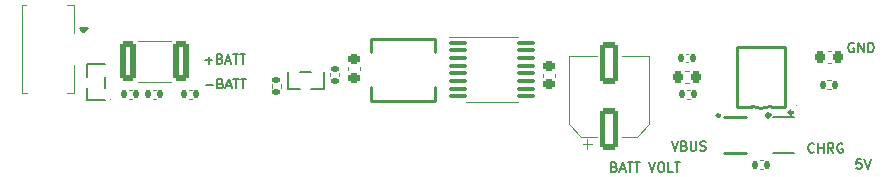
<source format=gbr>
%TF.GenerationSoftware,KiCad,Pcbnew,(6.0.6-0)*%
%TF.CreationDate,2022-10-17T17:05:32+02:00*%
%TF.ProjectId,Battery Extension PCB,42617474-6572-4792-9045-7874656e7369,rev?*%
%TF.SameCoordinates,Original*%
%TF.FileFunction,Legend,Top*%
%TF.FilePolarity,Positive*%
%FSLAX46Y46*%
G04 Gerber Fmt 4.6, Leading zero omitted, Abs format (unit mm)*
G04 Created by KiCad (PCBNEW (6.0.6-0)) date 2022-10-17 17:05:32*
%MOMM*%
%LPD*%
G01*
G04 APERTURE LIST*
G04 Aperture macros list*
%AMRoundRect*
0 Rectangle with rounded corners*
0 $1 Rounding radius*
0 $2 $3 $4 $5 $6 $7 $8 $9 X,Y pos of 4 corners*
0 Add a 4 corners polygon primitive as box body*
4,1,4,$2,$3,$4,$5,$6,$7,$8,$9,$2,$3,0*
0 Add four circle primitives for the rounded corners*
1,1,$1+$1,$2,$3*
1,1,$1+$1,$4,$5*
1,1,$1+$1,$6,$7*
1,1,$1+$1,$8,$9*
0 Add four rect primitives between the rounded corners*
20,1,$1+$1,$2,$3,$4,$5,0*
20,1,$1+$1,$4,$5,$6,$7,0*
20,1,$1+$1,$6,$7,$8,$9,0*
20,1,$1+$1,$8,$9,$2,$3,0*%
G04 Aperture macros list end*
%ADD10C,0.150000*%
%ADD11C,0.152400*%
%ADD12C,0.300000*%
%ADD13C,0.100000*%
%ADD14C,0.120000*%
%ADD15C,0.254001*%
%ADD16C,0.059995*%
%ADD17R,2.000000X3.500000*%
%ADD18R,1.072009X0.532004*%
%ADD19RoundRect,0.140000X-0.140000X-0.170000X0.140000X-0.170000X0.140000X0.170000X-0.140000X0.170000X0*%
%ADD20R,3.000000X2.100000*%
%ADD21R,1.600000X0.800000*%
%ADD22RoundRect,0.135000X-0.135000X-0.185000X0.135000X-0.185000X0.135000X0.185000X-0.135000X0.185000X0*%
%ADD23RoundRect,0.250000X-0.400000X-1.450000X0.400000X-1.450000X0.400000X1.450000X-0.400000X1.450000X0*%
%ADD24R,3.500000X2.000000*%
%ADD25R,1.000000X0.550013*%
%ADD26RoundRect,0.225000X0.250000X-0.225000X0.250000X0.225000X-0.250000X0.225000X-0.250000X-0.225000X0*%
%ADD27R,1.900000X2.500000*%
%ADD28RoundRect,0.225000X-0.250000X0.225000X-0.250000X-0.225000X0.250000X-0.225000X0.250000X0.225000X0*%
%ADD29R,1.200000X0.600000*%
%ADD30R,2.500000X3.499873*%
%ADD31RoundRect,0.225000X0.225000X0.250000X-0.225000X0.250000X-0.225000X-0.250000X0.225000X-0.250000X0*%
%ADD32RoundRect,0.250000X0.550000X-1.500000X0.550000X1.500000X-0.550000X1.500000X-0.550000X-1.500000X0*%
%ADD33R,2.460000X2.310000*%
%ADD34RoundRect,0.100000X-0.687500X-0.100000X0.687500X-0.100000X0.687500X0.100000X-0.687500X0.100000X0*%
%ADD35RoundRect,0.135000X-0.185000X0.135000X-0.185000X-0.135000X0.185000X-0.135000X0.185000X0.135000X0*%
%ADD36R,0.700000X1.250013*%
%ADD37R,1.250013X0.700000*%
%ADD38RoundRect,0.135000X0.185000X-0.135000X0.185000X0.135000X-0.185000X0.135000X-0.185000X-0.135000X0*%
%ADD39RoundRect,0.135000X0.135000X0.185000X-0.135000X0.185000X-0.135000X-0.185000X0.135000X-0.185000X0*%
G04 APERTURE END LIST*
D10*
X85668057Y-72650342D02*
X86277580Y-72650342D01*
X86925200Y-72536057D02*
X87039485Y-72574152D01*
X87077580Y-72612247D01*
X87115676Y-72688438D01*
X87115676Y-72802723D01*
X87077580Y-72878914D01*
X87039485Y-72917009D01*
X86963295Y-72955104D01*
X86658533Y-72955104D01*
X86658533Y-72155104D01*
X86925200Y-72155104D01*
X87001390Y-72193200D01*
X87039485Y-72231295D01*
X87077580Y-72307485D01*
X87077580Y-72383676D01*
X87039485Y-72459866D01*
X87001390Y-72497961D01*
X86925200Y-72536057D01*
X86658533Y-72536057D01*
X87420438Y-72726533D02*
X87801390Y-72726533D01*
X87344247Y-72955104D02*
X87610914Y-72155104D01*
X87877580Y-72955104D01*
X88029961Y-72155104D02*
X88487104Y-72155104D01*
X88258533Y-72955104D02*
X88258533Y-72155104D01*
X88639485Y-72155104D02*
X89096628Y-72155104D01*
X88868057Y-72955104D02*
X88868057Y-72155104D01*
X137193919Y-78314514D02*
X137155823Y-78352609D01*
X137041538Y-78390704D01*
X136965347Y-78390704D01*
X136851061Y-78352609D01*
X136774871Y-78276419D01*
X136736776Y-78200228D01*
X136698680Y-78047847D01*
X136698680Y-77933561D01*
X136736776Y-77781180D01*
X136774871Y-77704990D01*
X136851061Y-77628800D01*
X136965347Y-77590704D01*
X137041538Y-77590704D01*
X137155823Y-77628800D01*
X137193919Y-77666895D01*
X137536776Y-78390704D02*
X137536776Y-77590704D01*
X137536776Y-77971657D02*
X137993919Y-77971657D01*
X137993919Y-78390704D02*
X137993919Y-77590704D01*
X138832014Y-78390704D02*
X138565347Y-78009752D01*
X138374871Y-78390704D02*
X138374871Y-77590704D01*
X138679633Y-77590704D01*
X138755823Y-77628800D01*
X138793919Y-77666895D01*
X138832014Y-77743085D01*
X138832014Y-77857371D01*
X138793919Y-77933561D01*
X138755823Y-77971657D01*
X138679633Y-78009752D01*
X138374871Y-78009752D01*
X139593919Y-77628800D02*
X139517728Y-77590704D01*
X139403442Y-77590704D01*
X139289157Y-77628800D01*
X139212966Y-77704990D01*
X139174871Y-77781180D01*
X139136776Y-77933561D01*
X139136776Y-78047847D01*
X139174871Y-78200228D01*
X139212966Y-78276419D01*
X139289157Y-78352609D01*
X139403442Y-78390704D01*
X139479633Y-78390704D01*
X139593919Y-78352609D01*
X139632014Y-78314514D01*
X139632014Y-78047847D01*
X139479633Y-78047847D01*
X125141690Y-77438304D02*
X125408357Y-78238304D01*
X125675023Y-77438304D01*
X126208357Y-77819257D02*
X126322642Y-77857352D01*
X126360738Y-77895447D01*
X126398833Y-77971638D01*
X126398833Y-78085923D01*
X126360738Y-78162114D01*
X126322642Y-78200209D01*
X126246452Y-78238304D01*
X125941690Y-78238304D01*
X125941690Y-77438304D01*
X126208357Y-77438304D01*
X126284547Y-77476400D01*
X126322642Y-77514495D01*
X126360738Y-77590685D01*
X126360738Y-77666876D01*
X126322642Y-77743066D01*
X126284547Y-77781161D01*
X126208357Y-77819257D01*
X125941690Y-77819257D01*
X126741690Y-77438304D02*
X126741690Y-78085923D01*
X126779785Y-78162114D01*
X126817880Y-78200209D01*
X126894071Y-78238304D01*
X127046452Y-78238304D01*
X127122642Y-78200209D01*
X127160738Y-78162114D01*
X127198833Y-78085923D01*
X127198833Y-77438304D01*
X127541690Y-78200209D02*
X127655976Y-78238304D01*
X127846452Y-78238304D01*
X127922642Y-78200209D01*
X127960738Y-78162114D01*
X127998833Y-78085923D01*
X127998833Y-78009733D01*
X127960738Y-77933542D01*
X127922642Y-77895447D01*
X127846452Y-77857352D01*
X127694071Y-77819257D01*
X127617880Y-77781161D01*
X127579785Y-77743066D01*
X127541690Y-77666876D01*
X127541690Y-77590685D01*
X127579785Y-77514495D01*
X127617880Y-77476400D01*
X127694071Y-77438304D01*
X127884547Y-77438304D01*
X127998833Y-77476400D01*
X85617257Y-70567542D02*
X86226780Y-70567542D01*
X85922019Y-70872304D02*
X85922019Y-70262780D01*
X86874400Y-70453257D02*
X86988685Y-70491352D01*
X87026780Y-70529447D01*
X87064876Y-70605638D01*
X87064876Y-70719923D01*
X87026780Y-70796114D01*
X86988685Y-70834209D01*
X86912495Y-70872304D01*
X86607733Y-70872304D01*
X86607733Y-70072304D01*
X86874400Y-70072304D01*
X86950590Y-70110400D01*
X86988685Y-70148495D01*
X87026780Y-70224685D01*
X87026780Y-70300876D01*
X86988685Y-70377066D01*
X86950590Y-70415161D01*
X86874400Y-70453257D01*
X86607733Y-70453257D01*
X87369638Y-70643733D02*
X87750590Y-70643733D01*
X87293447Y-70872304D02*
X87560114Y-70072304D01*
X87826780Y-70872304D01*
X87979161Y-70072304D02*
X88436304Y-70072304D01*
X88207733Y-70872304D02*
X88207733Y-70072304D01*
X88588685Y-70072304D02*
X89045828Y-70072304D01*
X88817257Y-70872304D02*
X88817257Y-70072304D01*
X140559423Y-69145200D02*
X140483233Y-69107104D01*
X140368947Y-69107104D01*
X140254661Y-69145200D01*
X140178471Y-69221390D01*
X140140376Y-69297580D01*
X140102280Y-69449961D01*
X140102280Y-69564247D01*
X140140376Y-69716628D01*
X140178471Y-69792819D01*
X140254661Y-69869009D01*
X140368947Y-69907104D01*
X140445138Y-69907104D01*
X140559423Y-69869009D01*
X140597519Y-69830914D01*
X140597519Y-69564247D01*
X140445138Y-69564247D01*
X140940376Y-69907104D02*
X140940376Y-69107104D01*
X141397519Y-69907104D01*
X141397519Y-69107104D01*
X141778471Y-69907104D02*
X141778471Y-69107104D01*
X141968947Y-69107104D01*
X142083233Y-69145200D01*
X142159423Y-69221390D01*
X142197519Y-69297580D01*
X142235614Y-69449961D01*
X142235614Y-69564247D01*
X142197519Y-69716628D01*
X142159423Y-69792819D01*
X142083233Y-69869009D01*
X141968947Y-69907104D01*
X141778471Y-69907104D01*
X120290242Y-79597257D02*
X120404528Y-79635352D01*
X120442623Y-79673447D01*
X120480719Y-79749638D01*
X120480719Y-79863923D01*
X120442623Y-79940114D01*
X120404528Y-79978209D01*
X120328338Y-80016304D01*
X120023576Y-80016304D01*
X120023576Y-79216304D01*
X120290242Y-79216304D01*
X120366433Y-79254400D01*
X120404528Y-79292495D01*
X120442623Y-79368685D01*
X120442623Y-79444876D01*
X120404528Y-79521066D01*
X120366433Y-79559161D01*
X120290242Y-79597257D01*
X120023576Y-79597257D01*
X120785480Y-79787733D02*
X121166433Y-79787733D01*
X120709290Y-80016304D02*
X120975957Y-79216304D01*
X121242623Y-80016304D01*
X121395004Y-79216304D02*
X121852147Y-79216304D01*
X121623576Y-80016304D02*
X121623576Y-79216304D01*
X122004528Y-79216304D02*
X122461671Y-79216304D01*
X122233100Y-80016304D02*
X122233100Y-79216304D01*
X123223576Y-79216304D02*
X123490242Y-80016304D01*
X123756909Y-79216304D01*
X124175957Y-79216304D02*
X124328338Y-79216304D01*
X124404528Y-79254400D01*
X124480719Y-79330590D01*
X124518814Y-79482971D01*
X124518814Y-79749638D01*
X124480719Y-79902019D01*
X124404528Y-79978209D01*
X124328338Y-80016304D01*
X124175957Y-80016304D01*
X124099766Y-79978209D01*
X124023576Y-79902019D01*
X123985480Y-79749638D01*
X123985480Y-79482971D01*
X124023576Y-79330590D01*
X124099766Y-79254400D01*
X124175957Y-79216304D01*
X125242623Y-80016304D02*
X124861671Y-80016304D01*
X124861671Y-79216304D01*
X125395004Y-79216304D02*
X125852147Y-79216304D01*
X125623576Y-80016304D02*
X125623576Y-79216304D01*
X141181728Y-78962304D02*
X140800776Y-78962304D01*
X140762680Y-79343257D01*
X140800776Y-79305161D01*
X140876966Y-79267066D01*
X141067442Y-79267066D01*
X141143633Y-79305161D01*
X141181728Y-79343257D01*
X141219823Y-79419447D01*
X141219823Y-79609923D01*
X141181728Y-79686114D01*
X141143633Y-79724209D01*
X141067442Y-79762304D01*
X140876966Y-79762304D01*
X140800776Y-79724209D01*
X140762680Y-79686114D01*
X141448395Y-78962304D02*
X141715061Y-79762304D01*
X141981728Y-78962304D01*
D11*
%TO.C,U6*%
X133711493Y-75336446D02*
X135489903Y-75336446D01*
X133711493Y-78414830D02*
X135489903Y-78414830D01*
D12*
X133449313Y-75207363D02*
G75*
G03*
X133449313Y-75207363I-150114J0D01*
G01*
D13*
X133250711Y-75412595D02*
G75*
G03*
X133250711Y-75412595I-50013J0D01*
G01*
D14*
%TO.C,C5*%
X126333364Y-69998000D02*
X126549036Y-69998000D01*
X126333364Y-70718000D02*
X126549036Y-70718000D01*
D15*
%TO.C,U1*%
X75609712Y-67805931D02*
X75020354Y-67806465D01*
X75579155Y-67847105D02*
X75619694Y-67805931D01*
X75020354Y-67826785D02*
X75309915Y-68116345D01*
D14*
X74529651Y-65895975D02*
X73975485Y-65913000D01*
X70129600Y-65895975D02*
X70129600Y-73296025D01*
D15*
X75309915Y-68116345D02*
X75579155Y-67847105D01*
D14*
X73924685Y-73304400D02*
X74529651Y-73296025D01*
X74529651Y-65895975D02*
X74534285Y-68249800D01*
X70444885Y-65887600D02*
X70129600Y-65895975D01*
X70129600Y-73296025D02*
X70521085Y-73304400D01*
X74529651Y-73253600D02*
X74529651Y-70993000D01*
D15*
X75020354Y-67806465D02*
X75020354Y-67826785D01*
D14*
%TO.C,R7*%
X138291301Y-72243807D02*
X138598583Y-72243807D01*
X138291301Y-73003807D02*
X138598583Y-73003807D01*
%TO.C,F1*%
X79944548Y-68952800D02*
X82717052Y-68952800D01*
X79944548Y-72372800D02*
X82717052Y-72372800D01*
%TO.C,R2*%
X81179159Y-73836800D02*
X81486441Y-73836800D01*
X81179159Y-73076800D02*
X81486441Y-73076800D01*
D15*
%TO.C,U3*%
X131385898Y-78437996D02*
X129585873Y-78437996D01*
X131385898Y-75337970D02*
X129585873Y-75337970D01*
X129215895Y-75237081D02*
G75*
G03*
X129215895Y-75237081I-127000J0D01*
G01*
D16*
X129115871Y-75453007D02*
G75*
G03*
X129115871Y-75453007I-29998J0D01*
G01*
D14*
%TO.C,C3*%
X114247200Y-71971780D02*
X114247200Y-71690620D01*
X115267200Y-71971780D02*
X115267200Y-71690620D01*
%TO.C,R5*%
X132571565Y-79011539D02*
X132878847Y-79011539D01*
X132571565Y-79771539D02*
X132878847Y-79771539D01*
D15*
%TO.C,U7*%
X105112800Y-69892847D02*
X105112800Y-68774025D01*
X105112800Y-73973975D02*
X99712800Y-73974000D01*
X99712800Y-72855153D02*
X99712800Y-73974000D01*
X99712800Y-68774000D02*
X99712800Y-69892847D01*
X99712800Y-68774000D02*
X105112800Y-68774025D01*
X105112800Y-73973975D02*
X105112800Y-72855153D01*
D16*
X99742772Y-73974000D02*
G75*
G03*
X99742772Y-73974000I-29997J0D01*
G01*
D14*
%TO.C,C2*%
X98757200Y-71131820D02*
X98757200Y-71412980D01*
X97737200Y-71131820D02*
X97737200Y-71412980D01*
D15*
%TO.C,U5*%
X134754580Y-69413496D02*
X134754580Y-74513572D01*
X133504644Y-74513318D02*
X134754580Y-74513318D01*
X130654504Y-74513318D02*
X130654504Y-69413242D01*
X130654504Y-69413496D02*
X134754580Y-69413496D01*
X131904440Y-74513318D02*
X130654504Y-74513318D01*
X131904440Y-74463280D02*
G75*
G03*
X133504644Y-74463280I800102J1683851D01*
G01*
X135374849Y-74993379D02*
G75*
G03*
X135374849Y-74993379I-170180J0D01*
G01*
D16*
X135684476Y-74417560D02*
G75*
G03*
X135684476Y-74417560I-29972J0D01*
G01*
D14*
%TO.C,C1*%
X138621380Y-69746400D02*
X138340220Y-69746400D01*
X138621380Y-70766400D02*
X138340220Y-70766400D01*
%TO.C,C6*%
X116427200Y-75960763D02*
X116427200Y-70205200D01*
X116427200Y-70205200D02*
X118777200Y-70205200D01*
X123247200Y-70205200D02*
X120897200Y-70205200D01*
X122182763Y-77025200D02*
X120897200Y-77025200D01*
X117989700Y-78052700D02*
X117989700Y-77265200D01*
X117491637Y-77025200D02*
X116427200Y-75960763D01*
X122182763Y-77025200D02*
X123247200Y-75960763D01*
X123247200Y-75960763D02*
X123247200Y-70205200D01*
X117595950Y-77658950D02*
X118383450Y-77658950D01*
X117491637Y-77025200D02*
X118777200Y-77025200D01*
%TO.C,C4*%
X126581780Y-71473600D02*
X126300620Y-71473600D01*
X126581780Y-72493600D02*
X126300620Y-72493600D01*
%TO.C,U4*%
X109906379Y-68582512D02*
X112106379Y-68582512D01*
X109906379Y-68582512D02*
X106256379Y-68582512D01*
X109906379Y-74102512D02*
X107706379Y-74102512D01*
X109906379Y-74102512D02*
X112106379Y-74102512D01*
%TO.C,R6*%
X96241600Y-71626759D02*
X96241600Y-71934041D01*
X97001600Y-71626759D02*
X97001600Y-71934041D01*
%TO.C,R1*%
X84225159Y-73076800D02*
X84532441Y-73076800D01*
X84225159Y-73836800D02*
X84532441Y-73836800D01*
D11*
%TO.C,U8*%
X95658613Y-73014613D02*
X94626990Y-73014613D01*
X92606187Y-73014613D02*
X93637810Y-73014613D01*
X93677002Y-71562187D02*
X94587798Y-71562187D01*
X95658613Y-71562187D02*
X95658613Y-73014613D01*
X92606187Y-71562187D02*
X92606187Y-73014613D01*
D16*
X95612410Y-71088400D02*
G75*
G03*
X95612410Y-71088400I-29997J0D01*
G01*
D11*
%TO.C,U2*%
X75660987Y-73967013D02*
X75660987Y-72935390D01*
X75660987Y-70914587D02*
X75660987Y-71946210D01*
X77113413Y-71985402D02*
X77113413Y-72896198D01*
X77113413Y-73967013D02*
X75660987Y-73967013D01*
X77113413Y-70914587D02*
X75660987Y-70914587D01*
D16*
X77617197Y-73890813D02*
G75*
G03*
X77617197Y-73890813I-29997J0D01*
G01*
D14*
%TO.C,R9*%
X91263200Y-72899241D02*
X91263200Y-72591959D01*
X92023200Y-72899241D02*
X92023200Y-72591959D01*
%TO.C,R3*%
X79450441Y-73076800D02*
X79143159Y-73076800D01*
X79450441Y-73836800D02*
X79143159Y-73836800D01*
%TO.C,R8*%
X126389159Y-73076800D02*
X126696441Y-73076800D01*
X126389159Y-73836800D02*
X126696441Y-73836800D01*
%TD*%
%LPC*%
D17*
%TO.C,P3*%
X118338600Y-80721200D03*
%TD*%
D18*
%TO.C,U6*%
X133451600Y-75925676D03*
X133451600Y-76875638D03*
X133451600Y-77825600D03*
X135749796Y-77825600D03*
X135749796Y-76875638D03*
X135749796Y-75925676D03*
%TD*%
D19*
%TO.C,C5*%
X125961200Y-70358000D03*
X126921200Y-70358000D03*
%TD*%
D20*
%TO.C,U1*%
X72229676Y-66420994D03*
X72229676Y-72771006D03*
D21*
X75129600Y-68970905D03*
X75129600Y-70221095D03*
%TD*%
D17*
%TO.C,P7*%
X128244600Y-80721200D03*
%TD*%
D22*
%TO.C,R7*%
X137934942Y-72623807D03*
X138954942Y-72623807D03*
%TD*%
D23*
%TO.C,F1*%
X79105800Y-70662800D03*
X83555800Y-70662800D03*
%TD*%
D22*
%TO.C,R2*%
X80822800Y-73456800D03*
X81842800Y-73456800D03*
%TD*%
D24*
%TO.C,P2*%
X68021200Y-72694800D03*
%TD*%
D25*
%TO.C,U3*%
X129085847Y-75938123D03*
X129085847Y-76888085D03*
X129085847Y-77838047D03*
X131885949Y-77838047D03*
X131885949Y-76888085D03*
X131885949Y-75938123D03*
%TD*%
D24*
%TO.C,P13*%
X142240000Y-71729600D03*
%TD*%
D26*
%TO.C,C3*%
X114757200Y-72606200D03*
X114757200Y-71056200D03*
%TD*%
D22*
%TO.C,R5*%
X132215206Y-79391539D03*
X133235206Y-79391539D03*
%TD*%
D27*
%TO.C,U7*%
X100362762Y-71374000D03*
X104462838Y-71374000D03*
%TD*%
D24*
%TO.C,P1*%
X68021200Y-69926200D03*
%TD*%
D28*
%TO.C,C2*%
X98247200Y-70497400D03*
X98247200Y-72047400D03*
%TD*%
D29*
%TO.C,U5*%
X135612848Y-73868411D03*
X135612848Y-72598408D03*
X135612848Y-71328406D03*
X135612848Y-70058403D03*
X129796236Y-70058403D03*
X129796236Y-71328406D03*
X129796236Y-72598408D03*
X129796236Y-73868411D03*
D30*
X132704542Y-71963407D03*
%TD*%
D31*
%TO.C,C1*%
X139255800Y-70256400D03*
X137705800Y-70256400D03*
%TD*%
D32*
%TO.C,C6*%
X119837200Y-76415200D03*
X119837200Y-70815200D03*
%TD*%
D31*
%TO.C,C4*%
X127216200Y-71983600D03*
X125666200Y-71983600D03*
%TD*%
D33*
%TO.C,U4*%
X109906379Y-71342512D03*
D34*
X107043879Y-69067512D03*
X107043879Y-69717512D03*
X107043879Y-70367512D03*
X107043879Y-71017512D03*
X107043879Y-71667512D03*
X107043879Y-72317512D03*
X107043879Y-72967512D03*
X107043879Y-73617512D03*
X112768879Y-73617512D03*
X112768879Y-72967512D03*
X112768879Y-72317512D03*
X112768879Y-71667512D03*
X112768879Y-71017512D03*
X112768879Y-70367512D03*
X112768879Y-69717512D03*
X112768879Y-69067512D03*
%TD*%
D35*
%TO.C,R6*%
X96621600Y-71270400D03*
X96621600Y-72290400D03*
%TD*%
D24*
%TO.C,P12*%
X142240000Y-77343000D03*
%TD*%
D22*
%TO.C,R1*%
X83868800Y-73456800D03*
X84888800Y-73456800D03*
%TD*%
D36*
%TO.C,U8*%
X95082362Y-71288400D03*
X93182438Y-71288400D03*
X94132400Y-73288400D03*
%TD*%
D17*
%TO.C,P11*%
X138252200Y-80721200D03*
%TD*%
D37*
%TO.C,U2*%
X77387200Y-73390762D03*
X77387200Y-71490838D03*
X75387200Y-72440800D03*
%TD*%
D38*
%TO.C,R9*%
X91643200Y-73255600D03*
X91643200Y-72235600D03*
%TD*%
D39*
%TO.C,R3*%
X79806800Y-73456800D03*
X78786800Y-73456800D03*
%TD*%
D22*
%TO.C,R8*%
X126032800Y-73456800D03*
X127052800Y-73456800D03*
%TD*%
M02*

</source>
